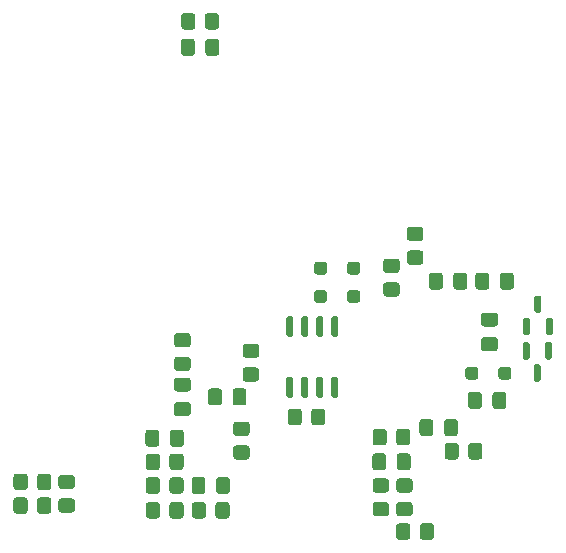
<source format=gtp>
G04 #@! TF.GenerationSoftware,KiCad,Pcbnew,7.0.5.1-1-g8f565ef7f0-dirty-deb11*
G04 #@! TF.CreationDate,2023-08-08T15:24:37+00:00*
G04 #@! TF.ProjectId,GreenBean,47726565-6e42-4656-916e-2e6b69636164,rev?*
G04 #@! TF.SameCoordinates,Original*
G04 #@! TF.FileFunction,Paste,Top*
G04 #@! TF.FilePolarity,Positive*
%FSLAX46Y46*%
G04 Gerber Fmt 4.6, Leading zero omitted, Abs format (unit mm)*
G04 Created by KiCad (PCBNEW 7.0.5.1-1-g8f565ef7f0-dirty-deb11) date 2023-08-08 15:24:37*
%MOMM*%
%LPD*%
G01*
G04 APERTURE LIST*
G04 APERTURE END LIST*
G36*
G01*
X141710000Y-99450000D02*
X141710000Y-98550000D01*
G75*
G02*
X141960000Y-98300000I250000J0D01*
G01*
X142660000Y-98300000D01*
G75*
G02*
X142910000Y-98550000I0J-250000D01*
G01*
X142910000Y-99450000D01*
G75*
G02*
X142660000Y-99700000I-250000J0D01*
G01*
X141960000Y-99700000D01*
G75*
G02*
X141710000Y-99450000I0J250000D01*
G01*
G37*
G36*
G01*
X143710000Y-99450000D02*
X143710000Y-98550000D01*
G75*
G02*
X143960000Y-98300000I250000J0D01*
G01*
X144660000Y-98300000D01*
G75*
G02*
X144910000Y-98550000I0J-250000D01*
G01*
X144910000Y-99450000D01*
G75*
G02*
X144660000Y-99700000I-250000J0D01*
G01*
X143960000Y-99700000D01*
G75*
G02*
X143710000Y-99450000I0J250000D01*
G01*
G37*
G36*
G01*
X132910000Y-106450000D02*
X132910000Y-107350000D01*
G75*
G02*
X132660000Y-107600000I-250000J0D01*
G01*
X131960000Y-107600000D01*
G75*
G02*
X131710000Y-107350000I0J250000D01*
G01*
X131710000Y-106450000D01*
G75*
G02*
X131960000Y-106200000I250000J0D01*
G01*
X132660000Y-106200000D01*
G75*
G02*
X132910000Y-106450000I0J-250000D01*
G01*
G37*
G36*
G01*
X130910000Y-106450000D02*
X130910000Y-107350000D01*
G75*
G02*
X130660000Y-107600000I-250000J0D01*
G01*
X129960000Y-107600000D01*
G75*
G02*
X129710000Y-107350000I0J250000D01*
G01*
X129710000Y-106450000D01*
G75*
G02*
X129960000Y-106200000I250000J0D01*
G01*
X130660000Y-106200000D01*
G75*
G02*
X130910000Y-106450000I0J-250000D01*
G01*
G37*
G36*
G01*
X137360000Y-99400000D02*
X138260000Y-99400000D01*
G75*
G02*
X138510000Y-99650000I0J-250000D01*
G01*
X138510000Y-100350000D01*
G75*
G02*
X138260000Y-100600000I-250000J0D01*
G01*
X137360000Y-100600000D01*
G75*
G02*
X137110000Y-100350000I0J250000D01*
G01*
X137110000Y-99650000D01*
G75*
G02*
X137360000Y-99400000I250000J0D01*
G01*
G37*
G36*
G01*
X137360000Y-101400000D02*
X138260000Y-101400000D01*
G75*
G02*
X138510000Y-101650000I0J-250000D01*
G01*
X138510000Y-102350000D01*
G75*
G02*
X138260000Y-102600000I-250000J0D01*
G01*
X137360000Y-102600000D01*
G75*
G02*
X137110000Y-102350000I0J250000D01*
G01*
X137110000Y-101650000D01*
G75*
G02*
X137360000Y-101400000I250000J0D01*
G01*
G37*
G36*
G01*
X134985000Y-97775000D02*
X134985000Y-96825000D01*
G75*
G02*
X135235000Y-96575000I250000J0D01*
G01*
X135910000Y-96575000D01*
G75*
G02*
X136160000Y-96825000I0J-250000D01*
G01*
X136160000Y-97775000D01*
G75*
G02*
X135910000Y-98025000I-250000J0D01*
G01*
X135235000Y-98025000D01*
G75*
G02*
X134985000Y-97775000I0J250000D01*
G01*
G37*
G36*
G01*
X137060000Y-97775000D02*
X137060000Y-96825000D01*
G75*
G02*
X137310000Y-96575000I250000J0D01*
G01*
X137985000Y-96575000D01*
G75*
G02*
X138235000Y-96825000I0J-250000D01*
G01*
X138235000Y-97775000D01*
G75*
G02*
X137985000Y-98025000I-250000J0D01*
G01*
X137310000Y-98025000D01*
G75*
G02*
X137060000Y-97775000I0J250000D01*
G01*
G37*
G36*
G01*
X133610000Y-107350000D02*
X133610000Y-106450000D01*
G75*
G02*
X133860000Y-106200000I250000J0D01*
G01*
X134560000Y-106200000D01*
G75*
G02*
X134810000Y-106450000I0J-250000D01*
G01*
X134810000Y-107350000D01*
G75*
G02*
X134560000Y-107600000I-250000J0D01*
G01*
X133860000Y-107600000D01*
G75*
G02*
X133610000Y-107350000I0J250000D01*
G01*
G37*
G36*
G01*
X135610000Y-107350000D02*
X135610000Y-106450000D01*
G75*
G02*
X135860000Y-106200000I250000J0D01*
G01*
X136560000Y-106200000D01*
G75*
G02*
X136810000Y-106450000I0J-250000D01*
G01*
X136810000Y-107350000D01*
G75*
G02*
X136560000Y-107600000I-250000J0D01*
G01*
X135860000Y-107600000D01*
G75*
G02*
X135610000Y-107350000I0J250000D01*
G01*
G37*
G36*
G01*
X145565000Y-90450000D02*
X145865000Y-90450000D01*
G75*
G02*
X146015000Y-90600000I0J-150000D01*
G01*
X146015000Y-92050000D01*
G75*
G02*
X145865000Y-92200000I-150000J0D01*
G01*
X145565000Y-92200000D01*
G75*
G02*
X145415000Y-92050000I0J150000D01*
G01*
X145415000Y-90600000D01*
G75*
G02*
X145565000Y-90450000I150000J0D01*
G01*
G37*
G36*
G01*
X144295000Y-90450000D02*
X144595000Y-90450000D01*
G75*
G02*
X144745000Y-90600000I0J-150000D01*
G01*
X144745000Y-92050000D01*
G75*
G02*
X144595000Y-92200000I-150000J0D01*
G01*
X144295000Y-92200000D01*
G75*
G02*
X144145000Y-92050000I0J150000D01*
G01*
X144145000Y-90600000D01*
G75*
G02*
X144295000Y-90450000I150000J0D01*
G01*
G37*
G36*
G01*
X143025000Y-90450000D02*
X143325000Y-90450000D01*
G75*
G02*
X143475000Y-90600000I0J-150000D01*
G01*
X143475000Y-92050000D01*
G75*
G02*
X143325000Y-92200000I-150000J0D01*
G01*
X143025000Y-92200000D01*
G75*
G02*
X142875000Y-92050000I0J150000D01*
G01*
X142875000Y-90600000D01*
G75*
G02*
X143025000Y-90450000I150000J0D01*
G01*
G37*
G36*
G01*
X141755000Y-90450000D02*
X142055000Y-90450000D01*
G75*
G02*
X142205000Y-90600000I0J-150000D01*
G01*
X142205000Y-92050000D01*
G75*
G02*
X142055000Y-92200000I-150000J0D01*
G01*
X141755000Y-92200000D01*
G75*
G02*
X141605000Y-92050000I0J150000D01*
G01*
X141605000Y-90600000D01*
G75*
G02*
X141755000Y-90450000I150000J0D01*
G01*
G37*
G36*
G01*
X141755000Y-95600000D02*
X142055000Y-95600000D01*
G75*
G02*
X142205000Y-95750000I0J-150000D01*
G01*
X142205000Y-97200000D01*
G75*
G02*
X142055000Y-97350000I-150000J0D01*
G01*
X141755000Y-97350000D01*
G75*
G02*
X141605000Y-97200000I0J150000D01*
G01*
X141605000Y-95750000D01*
G75*
G02*
X141755000Y-95600000I150000J0D01*
G01*
G37*
G36*
G01*
X143025000Y-95600000D02*
X143325000Y-95600000D01*
G75*
G02*
X143475000Y-95750000I0J-150000D01*
G01*
X143475000Y-97200000D01*
G75*
G02*
X143325000Y-97350000I-150000J0D01*
G01*
X143025000Y-97350000D01*
G75*
G02*
X142875000Y-97200000I0J150000D01*
G01*
X142875000Y-95750000D01*
G75*
G02*
X143025000Y-95600000I150000J0D01*
G01*
G37*
G36*
G01*
X144295000Y-95600000D02*
X144595000Y-95600000D01*
G75*
G02*
X144745000Y-95750000I0J-150000D01*
G01*
X144745000Y-97200000D01*
G75*
G02*
X144595000Y-97350000I-150000J0D01*
G01*
X144295000Y-97350000D01*
G75*
G02*
X144145000Y-97200000I0J150000D01*
G01*
X144145000Y-95750000D01*
G75*
G02*
X144295000Y-95600000I150000J0D01*
G01*
G37*
G36*
G01*
X145565000Y-95600000D02*
X145865000Y-95600000D01*
G75*
G02*
X146015000Y-95750000I0J-150000D01*
G01*
X146015000Y-97200000D01*
G75*
G02*
X145865000Y-97350000I-150000J0D01*
G01*
X145565000Y-97350000D01*
G75*
G02*
X145415000Y-97200000I0J150000D01*
G01*
X145415000Y-95750000D01*
G75*
G02*
X145565000Y-95600000I150000J0D01*
G01*
G37*
G36*
G01*
X122560000Y-103900000D02*
X123460000Y-103900000D01*
G75*
G02*
X123710000Y-104150000I0J-250000D01*
G01*
X123710000Y-104850000D01*
G75*
G02*
X123460000Y-105100000I-250000J0D01*
G01*
X122560000Y-105100000D01*
G75*
G02*
X122310000Y-104850000I0J250000D01*
G01*
X122310000Y-104150000D01*
G75*
G02*
X122560000Y-103900000I250000J0D01*
G01*
G37*
G36*
G01*
X122560000Y-105900000D02*
X123460000Y-105900000D01*
G75*
G02*
X123710000Y-106150000I0J-250000D01*
G01*
X123710000Y-106850000D01*
G75*
G02*
X123460000Y-107100000I-250000J0D01*
G01*
X122560000Y-107100000D01*
G75*
G02*
X122310000Y-106850000I0J250000D01*
G01*
X122310000Y-106150000D01*
G75*
G02*
X122560000Y-105900000I250000J0D01*
G01*
G37*
G36*
G01*
X143960000Y-89100000D02*
X143960000Y-88500000D01*
G75*
G02*
X144210000Y-88250000I250000J0D01*
G01*
X144810000Y-88250000D01*
G75*
G02*
X145060000Y-88500000I0J-250000D01*
G01*
X145060000Y-89100000D01*
G75*
G02*
X144810000Y-89350000I-250000J0D01*
G01*
X144210000Y-89350000D01*
G75*
G02*
X143960000Y-89100000I0J250000D01*
G01*
G37*
G36*
G01*
X146760000Y-89100000D02*
X146760000Y-88500000D01*
G75*
G02*
X147010000Y-88250000I250000J0D01*
G01*
X147610000Y-88250000D01*
G75*
G02*
X147860000Y-88500000I0J-250000D01*
G01*
X147860000Y-89100000D01*
G75*
G02*
X147610000Y-89350000I-250000J0D01*
G01*
X147010000Y-89350000D01*
G75*
G02*
X146760000Y-89100000I0J250000D01*
G01*
G37*
G36*
G01*
X156135000Y-99425000D02*
X156135000Y-100375000D01*
G75*
G02*
X155885000Y-100625000I-250000J0D01*
G01*
X155210000Y-100625000D01*
G75*
G02*
X154960000Y-100375000I0J250000D01*
G01*
X154960000Y-99425000D01*
G75*
G02*
X155210000Y-99175000I250000J0D01*
G01*
X155885000Y-99175000D01*
G75*
G02*
X156135000Y-99425000I0J-250000D01*
G01*
G37*
G36*
G01*
X154060000Y-99425000D02*
X154060000Y-100375000D01*
G75*
G02*
X153810000Y-100625000I-250000J0D01*
G01*
X153135000Y-100625000D01*
G75*
G02*
X152885000Y-100375000I0J250000D01*
G01*
X152885000Y-99425000D01*
G75*
G02*
X153135000Y-99175000I250000J0D01*
G01*
X153810000Y-99175000D01*
G75*
G02*
X154060000Y-99425000I0J-250000D01*
G01*
G37*
G36*
G01*
X147860000Y-86100000D02*
X147860000Y-86700000D01*
G75*
G02*
X147610000Y-86950000I-250000J0D01*
G01*
X147010000Y-86950000D01*
G75*
G02*
X146760000Y-86700000I0J250000D01*
G01*
X146760000Y-86100000D01*
G75*
G02*
X147010000Y-85850000I250000J0D01*
G01*
X147610000Y-85850000D01*
G75*
G02*
X147860000Y-86100000I0J-250000D01*
G01*
G37*
G36*
G01*
X145060000Y-86100000D02*
X145060000Y-86700000D01*
G75*
G02*
X144810000Y-86950000I-250000J0D01*
G01*
X144210000Y-86950000D01*
G75*
G02*
X143960000Y-86700000I0J250000D01*
G01*
X143960000Y-86100000D01*
G75*
G02*
X144210000Y-85850000I250000J0D01*
G01*
X144810000Y-85850000D01*
G75*
G02*
X145060000Y-86100000I0J-250000D01*
G01*
G37*
G36*
G01*
X156935000Y-87025000D02*
X156935000Y-87975000D01*
G75*
G02*
X156685000Y-88225000I-250000J0D01*
G01*
X156010000Y-88225000D01*
G75*
G02*
X155760000Y-87975000I0J250000D01*
G01*
X155760000Y-87025000D01*
G75*
G02*
X156010000Y-86775000I250000J0D01*
G01*
X156685000Y-86775000D01*
G75*
G02*
X156935000Y-87025000I0J-250000D01*
G01*
G37*
G36*
G01*
X154860000Y-87025000D02*
X154860000Y-87975000D01*
G75*
G02*
X154610000Y-88225000I-250000J0D01*
G01*
X153935000Y-88225000D01*
G75*
G02*
X153685000Y-87975000I0J250000D01*
G01*
X153685000Y-87025000D01*
G75*
G02*
X153935000Y-86775000I250000J0D01*
G01*
X154610000Y-86775000D01*
G75*
G02*
X154860000Y-87025000I0J-250000D01*
G01*
G37*
G36*
G01*
X158210000Y-101450000D02*
X158210000Y-102350000D01*
G75*
G02*
X157960000Y-102600000I-250000J0D01*
G01*
X157260000Y-102600000D01*
G75*
G02*
X157010000Y-102350000I0J250000D01*
G01*
X157010000Y-101450000D01*
G75*
G02*
X157260000Y-101200000I250000J0D01*
G01*
X157960000Y-101200000D01*
G75*
G02*
X158210000Y-101450000I0J-250000D01*
G01*
G37*
G36*
G01*
X156210000Y-101450000D02*
X156210000Y-102350000D01*
G75*
G02*
X155960000Y-102600000I-250000J0D01*
G01*
X155260000Y-102600000D01*
G75*
G02*
X155010000Y-102350000I0J250000D01*
G01*
X155010000Y-101450000D01*
G75*
G02*
X155260000Y-101200000I250000J0D01*
G01*
X155960000Y-101200000D01*
G75*
G02*
X156210000Y-101450000I0J-250000D01*
G01*
G37*
G36*
G01*
X148885000Y-103275000D02*
X148885000Y-102325000D01*
G75*
G02*
X149135000Y-102075000I250000J0D01*
G01*
X149810000Y-102075000D01*
G75*
G02*
X150060000Y-102325000I0J-250000D01*
G01*
X150060000Y-103275000D01*
G75*
G02*
X149810000Y-103525000I-250000J0D01*
G01*
X149135000Y-103525000D01*
G75*
G02*
X148885000Y-103275000I0J250000D01*
G01*
G37*
G36*
G01*
X150960000Y-103275000D02*
X150960000Y-102325000D01*
G75*
G02*
X151210000Y-102075000I250000J0D01*
G01*
X151885000Y-102075000D01*
G75*
G02*
X152135000Y-102325000I0J-250000D01*
G01*
X152135000Y-103275000D01*
G75*
G02*
X151885000Y-103525000I-250000J0D01*
G01*
X151210000Y-103525000D01*
G75*
G02*
X150960000Y-103275000I0J250000D01*
G01*
G37*
G36*
G01*
X138160000Y-92800000D02*
X139060000Y-92800000D01*
G75*
G02*
X139310000Y-93050000I0J-250000D01*
G01*
X139310000Y-93750000D01*
G75*
G02*
X139060000Y-94000000I-250000J0D01*
G01*
X138160000Y-94000000D01*
G75*
G02*
X137910000Y-93750000I0J250000D01*
G01*
X137910000Y-93050000D01*
G75*
G02*
X138160000Y-92800000I250000J0D01*
G01*
G37*
G36*
G01*
X138160000Y-94800000D02*
X139060000Y-94800000D01*
G75*
G02*
X139310000Y-95050000I0J-250000D01*
G01*
X139310000Y-95750000D01*
G75*
G02*
X139060000Y-96000000I-250000J0D01*
G01*
X138160000Y-96000000D01*
G75*
G02*
X137910000Y-95750000I0J250000D01*
G01*
X137910000Y-95050000D01*
G75*
G02*
X138160000Y-94800000I250000J0D01*
G01*
G37*
G36*
G01*
X132710000Y-65950000D02*
X132710000Y-65050000D01*
G75*
G02*
X132960000Y-64800000I250000J0D01*
G01*
X133660000Y-64800000D01*
G75*
G02*
X133910000Y-65050000I0J-250000D01*
G01*
X133910000Y-65950000D01*
G75*
G02*
X133660000Y-66200000I-250000J0D01*
G01*
X132960000Y-66200000D01*
G75*
G02*
X132710000Y-65950000I0J250000D01*
G01*
G37*
G36*
G01*
X134710000Y-65950000D02*
X134710000Y-65050000D01*
G75*
G02*
X134960000Y-64800000I250000J0D01*
G01*
X135660000Y-64800000D01*
G75*
G02*
X135910000Y-65050000I0J-250000D01*
G01*
X135910000Y-65950000D01*
G75*
G02*
X135660000Y-66200000I-250000J0D01*
G01*
X134960000Y-66200000D01*
G75*
G02*
X134710000Y-65950000I0J250000D01*
G01*
G37*
G36*
G01*
X160235000Y-97125000D02*
X160235000Y-98075000D01*
G75*
G02*
X159985000Y-98325000I-250000J0D01*
G01*
X159310000Y-98325000D01*
G75*
G02*
X159060000Y-98075000I0J250000D01*
G01*
X159060000Y-97125000D01*
G75*
G02*
X159310000Y-96875000I250000J0D01*
G01*
X159985000Y-96875000D01*
G75*
G02*
X160235000Y-97125000I0J-250000D01*
G01*
G37*
G36*
G01*
X158160000Y-97125000D02*
X158160000Y-98075000D01*
G75*
G02*
X157910000Y-98325000I-250000J0D01*
G01*
X157235000Y-98325000D01*
G75*
G02*
X156985000Y-98075000I0J250000D01*
G01*
X156985000Y-97125000D01*
G75*
G02*
X157235000Y-96875000I250000J0D01*
G01*
X157910000Y-96875000D01*
G75*
G02*
X158160000Y-97125000I0J-250000D01*
G01*
G37*
G36*
G01*
X152060000Y-107400000D02*
X151160000Y-107400000D01*
G75*
G02*
X150910000Y-107150000I0J250000D01*
G01*
X150910000Y-106450000D01*
G75*
G02*
X151160000Y-106200000I250000J0D01*
G01*
X152060000Y-106200000D01*
G75*
G02*
X152310000Y-106450000I0J-250000D01*
G01*
X152310000Y-107150000D01*
G75*
G02*
X152060000Y-107400000I-250000J0D01*
G01*
G37*
G36*
G01*
X152060000Y-105400000D02*
X151160000Y-105400000D01*
G75*
G02*
X150910000Y-105150000I0J250000D01*
G01*
X150910000Y-104450000D01*
G75*
G02*
X151160000Y-104200000I250000J0D01*
G01*
X152060000Y-104200000D01*
G75*
G02*
X152310000Y-104450000I0J-250000D01*
G01*
X152310000Y-105150000D01*
G75*
G02*
X152060000Y-105400000I-250000J0D01*
G01*
G37*
G36*
G01*
X135935000Y-67225000D02*
X135935000Y-68175000D01*
G75*
G02*
X135685000Y-68425000I-250000J0D01*
G01*
X135010000Y-68425000D01*
G75*
G02*
X134760000Y-68175000I0J250000D01*
G01*
X134760000Y-67225000D01*
G75*
G02*
X135010000Y-66975000I250000J0D01*
G01*
X135685000Y-66975000D01*
G75*
G02*
X135935000Y-67225000I0J-250000D01*
G01*
G37*
G36*
G01*
X133860000Y-67225000D02*
X133860000Y-68175000D01*
G75*
G02*
X133610000Y-68425000I-250000J0D01*
G01*
X132935000Y-68425000D01*
G75*
G02*
X132685000Y-68175000I0J250000D01*
G01*
X132685000Y-67225000D01*
G75*
G02*
X132935000Y-66975000I250000J0D01*
G01*
X133610000Y-66975000D01*
G75*
G02*
X133860000Y-67225000I0J-250000D01*
G01*
G37*
G36*
G01*
X152110000Y-100250000D02*
X152110000Y-101150000D01*
G75*
G02*
X151860000Y-101400000I-250000J0D01*
G01*
X151160000Y-101400000D01*
G75*
G02*
X150910000Y-101150000I0J250000D01*
G01*
X150910000Y-100250000D01*
G75*
G02*
X151160000Y-100000000I250000J0D01*
G01*
X151860000Y-100000000D01*
G75*
G02*
X152110000Y-100250000I0J-250000D01*
G01*
G37*
G36*
G01*
X150110000Y-100250000D02*
X150110000Y-101150000D01*
G75*
G02*
X149860000Y-101400000I-250000J0D01*
G01*
X149160000Y-101400000D01*
G75*
G02*
X148910000Y-101150000I0J250000D01*
G01*
X148910000Y-100250000D01*
G75*
G02*
X149160000Y-100000000I250000J0D01*
G01*
X149860000Y-100000000D01*
G75*
G02*
X150110000Y-100250000I0J-250000D01*
G01*
G37*
G36*
G01*
X150910000Y-109150000D02*
X150910000Y-108250000D01*
G75*
G02*
X151160000Y-108000000I250000J0D01*
G01*
X151860000Y-108000000D01*
G75*
G02*
X152110000Y-108250000I0J-250000D01*
G01*
X152110000Y-109150000D01*
G75*
G02*
X151860000Y-109400000I-250000J0D01*
G01*
X151160000Y-109400000D01*
G75*
G02*
X150910000Y-109150000I0J250000D01*
G01*
G37*
G36*
G01*
X152910000Y-109150000D02*
X152910000Y-108250000D01*
G75*
G02*
X153160000Y-108000000I250000J0D01*
G01*
X153860000Y-108000000D01*
G75*
G02*
X154110000Y-108250000I0J-250000D01*
G01*
X154110000Y-109150000D01*
G75*
G02*
X153860000Y-109400000I-250000J0D01*
G01*
X153160000Y-109400000D01*
G75*
G02*
X152910000Y-109150000I0J250000D01*
G01*
G37*
G36*
G01*
X118510000Y-104950000D02*
X118510000Y-104050000D01*
G75*
G02*
X118760000Y-103800000I250000J0D01*
G01*
X119460000Y-103800000D01*
G75*
G02*
X119710000Y-104050000I0J-250000D01*
G01*
X119710000Y-104950000D01*
G75*
G02*
X119460000Y-105200000I-250000J0D01*
G01*
X118760000Y-105200000D01*
G75*
G02*
X118510000Y-104950000I0J250000D01*
G01*
G37*
G36*
G01*
X120510000Y-104950000D02*
X120510000Y-104050000D01*
G75*
G02*
X120760000Y-103800000I250000J0D01*
G01*
X121460000Y-103800000D01*
G75*
G02*
X121710000Y-104050000I0J-250000D01*
G01*
X121710000Y-104950000D01*
G75*
G02*
X121460000Y-105200000I-250000J0D01*
G01*
X120760000Y-105200000D01*
G75*
G02*
X120510000Y-104950000I0J250000D01*
G01*
G37*
G36*
G01*
X129710000Y-103250000D02*
X129710000Y-102350000D01*
G75*
G02*
X129960000Y-102100000I250000J0D01*
G01*
X130660000Y-102100000D01*
G75*
G02*
X130910000Y-102350000I0J-250000D01*
G01*
X130910000Y-103250000D01*
G75*
G02*
X130660000Y-103500000I-250000J0D01*
G01*
X129960000Y-103500000D01*
G75*
G02*
X129710000Y-103250000I0J250000D01*
G01*
G37*
G36*
G01*
X131710000Y-103250000D02*
X131710000Y-102350000D01*
G75*
G02*
X131960000Y-102100000I250000J0D01*
G01*
X132660000Y-102100000D01*
G75*
G02*
X132910000Y-102350000I0J-250000D01*
G01*
X132910000Y-103250000D01*
G75*
G02*
X132660000Y-103500000I-250000J0D01*
G01*
X131960000Y-103500000D01*
G75*
G02*
X131710000Y-103250000I0J250000D01*
G01*
G37*
G36*
G01*
X133285000Y-98925000D02*
X132335000Y-98925000D01*
G75*
G02*
X132085000Y-98675000I0J250000D01*
G01*
X132085000Y-98000000D01*
G75*
G02*
X132335000Y-97750000I250000J0D01*
G01*
X133285000Y-97750000D01*
G75*
G02*
X133535000Y-98000000I0J-250000D01*
G01*
X133535000Y-98675000D01*
G75*
G02*
X133285000Y-98925000I-250000J0D01*
G01*
G37*
G36*
G01*
X133285000Y-96850000D02*
X132335000Y-96850000D01*
G75*
G02*
X132085000Y-96600000I0J250000D01*
G01*
X132085000Y-95925000D01*
G75*
G02*
X132335000Y-95675000I250000J0D01*
G01*
X133285000Y-95675000D01*
G75*
G02*
X133535000Y-95925000I0J-250000D01*
G01*
X133535000Y-96600000D01*
G75*
G02*
X133285000Y-96850000I-250000J0D01*
G01*
G37*
G36*
G01*
X132935000Y-100325000D02*
X132935000Y-101275000D01*
G75*
G02*
X132685000Y-101525000I-250000J0D01*
G01*
X132010000Y-101525000D01*
G75*
G02*
X131760000Y-101275000I0J250000D01*
G01*
X131760000Y-100325000D01*
G75*
G02*
X132010000Y-100075000I250000J0D01*
G01*
X132685000Y-100075000D01*
G75*
G02*
X132935000Y-100325000I0J-250000D01*
G01*
G37*
G36*
G01*
X130860000Y-100325000D02*
X130860000Y-101275000D01*
G75*
G02*
X130610000Y-101525000I-250000J0D01*
G01*
X129935000Y-101525000D01*
G75*
G02*
X129685000Y-101275000I0J250000D01*
G01*
X129685000Y-100325000D01*
G75*
G02*
X129935000Y-100075000I250000J0D01*
G01*
X130610000Y-100075000D01*
G75*
G02*
X130860000Y-100325000I0J-250000D01*
G01*
G37*
G36*
G01*
X157622500Y-87975000D02*
X157622500Y-87025000D01*
G75*
G02*
X157872500Y-86775000I250000J0D01*
G01*
X158547500Y-86775000D01*
G75*
G02*
X158797500Y-87025000I0J-250000D01*
G01*
X158797500Y-87975000D01*
G75*
G02*
X158547500Y-88225000I-250000J0D01*
G01*
X157872500Y-88225000D01*
G75*
G02*
X157622500Y-87975000I0J250000D01*
G01*
G37*
G36*
G01*
X159697500Y-87975000D02*
X159697500Y-87025000D01*
G75*
G02*
X159947500Y-86775000I250000J0D01*
G01*
X160622500Y-86775000D01*
G75*
G02*
X160872500Y-87025000I0J-250000D01*
G01*
X160872500Y-87975000D01*
G75*
G02*
X160622500Y-88225000I-250000J0D01*
G01*
X159947500Y-88225000D01*
G75*
G02*
X159697500Y-87975000I0J250000D01*
G01*
G37*
G36*
G01*
X129710000Y-105250000D02*
X129710000Y-104350000D01*
G75*
G02*
X129960000Y-104100000I250000J0D01*
G01*
X130660000Y-104100000D01*
G75*
G02*
X130910000Y-104350000I0J-250000D01*
G01*
X130910000Y-105250000D01*
G75*
G02*
X130660000Y-105500000I-250000J0D01*
G01*
X129960000Y-105500000D01*
G75*
G02*
X129710000Y-105250000I0J250000D01*
G01*
G37*
G36*
G01*
X131710000Y-105250000D02*
X131710000Y-104350000D01*
G75*
G02*
X131960000Y-104100000I250000J0D01*
G01*
X132660000Y-104100000D01*
G75*
G02*
X132910000Y-104350000I0J-250000D01*
G01*
X132910000Y-105250000D01*
G75*
G02*
X132660000Y-105500000I-250000J0D01*
G01*
X131960000Y-105500000D01*
G75*
G02*
X131710000Y-105250000I0J250000D01*
G01*
G37*
G36*
G01*
X162110000Y-92075000D02*
X161810000Y-92075000D01*
G75*
G02*
X161660000Y-91925000I0J150000D01*
G01*
X161660000Y-90750000D01*
G75*
G02*
X161810000Y-90600000I150000J0D01*
G01*
X162110000Y-90600000D01*
G75*
G02*
X162260000Y-90750000I0J-150000D01*
G01*
X162260000Y-91925000D01*
G75*
G02*
X162110000Y-92075000I-150000J0D01*
G01*
G37*
G36*
G01*
X164010000Y-92075000D02*
X163710000Y-92075000D01*
G75*
G02*
X163560000Y-91925000I0J150000D01*
G01*
X163560000Y-90750000D01*
G75*
G02*
X163710000Y-90600000I150000J0D01*
G01*
X164010000Y-90600000D01*
G75*
G02*
X164160000Y-90750000I0J-150000D01*
G01*
X164160000Y-91925000D01*
G75*
G02*
X164010000Y-92075000I-150000J0D01*
G01*
G37*
G36*
G01*
X163060000Y-90200000D02*
X162760000Y-90200000D01*
G75*
G02*
X162610000Y-90050000I0J150000D01*
G01*
X162610000Y-88875000D01*
G75*
G02*
X162760000Y-88725000I150000J0D01*
G01*
X163060000Y-88725000D01*
G75*
G02*
X163210000Y-88875000I0J-150000D01*
G01*
X163210000Y-90050000D01*
G75*
G02*
X163060000Y-90200000I-150000J0D01*
G01*
G37*
G36*
G01*
X152960000Y-86100000D02*
X152060000Y-86100000D01*
G75*
G02*
X151810000Y-85850000I0J250000D01*
G01*
X151810000Y-85150000D01*
G75*
G02*
X152060000Y-84900000I250000J0D01*
G01*
X152960000Y-84900000D01*
G75*
G02*
X153210000Y-85150000I0J-250000D01*
G01*
X153210000Y-85850000D01*
G75*
G02*
X152960000Y-86100000I-250000J0D01*
G01*
G37*
G36*
G01*
X152960000Y-84100000D02*
X152060000Y-84100000D01*
G75*
G02*
X151810000Y-83850000I0J250000D01*
G01*
X151810000Y-83150000D01*
G75*
G02*
X152060000Y-82900000I250000J0D01*
G01*
X152960000Y-82900000D01*
G75*
G02*
X153210000Y-83150000I0J-250000D01*
G01*
X153210000Y-83850000D01*
G75*
G02*
X152960000Y-84100000I-250000J0D01*
G01*
G37*
G36*
G01*
X150060000Y-85600000D02*
X150960000Y-85600000D01*
G75*
G02*
X151210000Y-85850000I0J-250000D01*
G01*
X151210000Y-86550000D01*
G75*
G02*
X150960000Y-86800000I-250000J0D01*
G01*
X150060000Y-86800000D01*
G75*
G02*
X149810000Y-86550000I0J250000D01*
G01*
X149810000Y-85850000D01*
G75*
G02*
X150060000Y-85600000I250000J0D01*
G01*
G37*
G36*
G01*
X150060000Y-87600000D02*
X150960000Y-87600000D01*
G75*
G02*
X151210000Y-87850000I0J-250000D01*
G01*
X151210000Y-88550000D01*
G75*
G02*
X150960000Y-88800000I-250000J0D01*
G01*
X150060000Y-88800000D01*
G75*
G02*
X149810000Y-88550000I0J250000D01*
G01*
X149810000Y-87850000D01*
G75*
G02*
X150060000Y-87600000I250000J0D01*
G01*
G37*
G36*
G01*
X159285000Y-93425000D02*
X158335000Y-93425000D01*
G75*
G02*
X158085000Y-93175000I0J250000D01*
G01*
X158085000Y-92500000D01*
G75*
G02*
X158335000Y-92250000I250000J0D01*
G01*
X159285000Y-92250000D01*
G75*
G02*
X159535000Y-92500000I0J-250000D01*
G01*
X159535000Y-93175000D01*
G75*
G02*
X159285000Y-93425000I-250000J0D01*
G01*
G37*
G36*
G01*
X159285000Y-91350000D02*
X158335000Y-91350000D01*
G75*
G02*
X158085000Y-91100000I0J250000D01*
G01*
X158085000Y-90425000D01*
G75*
G02*
X158335000Y-90175000I250000J0D01*
G01*
X159285000Y-90175000D01*
G75*
G02*
X159535000Y-90425000I0J-250000D01*
G01*
X159535000Y-91100000D01*
G75*
G02*
X159285000Y-91350000I-250000J0D01*
G01*
G37*
G36*
G01*
X133585000Y-105275000D02*
X133585000Y-104325000D01*
G75*
G02*
X133835000Y-104075000I250000J0D01*
G01*
X134510000Y-104075000D01*
G75*
G02*
X134760000Y-104325000I0J-250000D01*
G01*
X134760000Y-105275000D01*
G75*
G02*
X134510000Y-105525000I-250000J0D01*
G01*
X133835000Y-105525000D01*
G75*
G02*
X133585000Y-105275000I0J250000D01*
G01*
G37*
G36*
G01*
X135660000Y-105275000D02*
X135660000Y-104325000D01*
G75*
G02*
X135910000Y-104075000I250000J0D01*
G01*
X136585000Y-104075000D01*
G75*
G02*
X136835000Y-104325000I0J-250000D01*
G01*
X136835000Y-105275000D01*
G75*
G02*
X136585000Y-105525000I-250000J0D01*
G01*
X135910000Y-105525000D01*
G75*
G02*
X135660000Y-105275000I0J250000D01*
G01*
G37*
G36*
G01*
X163660000Y-92662500D02*
X163960000Y-92662500D01*
G75*
G02*
X164110000Y-92812500I0J-150000D01*
G01*
X164110000Y-93987500D01*
G75*
G02*
X163960000Y-94137500I-150000J0D01*
G01*
X163660000Y-94137500D01*
G75*
G02*
X163510000Y-93987500I0J150000D01*
G01*
X163510000Y-92812500D01*
G75*
G02*
X163660000Y-92662500I150000J0D01*
G01*
G37*
G36*
G01*
X161760000Y-92662500D02*
X162060000Y-92662500D01*
G75*
G02*
X162210000Y-92812500I0J-150000D01*
G01*
X162210000Y-93987500D01*
G75*
G02*
X162060000Y-94137500I-150000J0D01*
G01*
X161760000Y-94137500D01*
G75*
G02*
X161610000Y-93987500I0J150000D01*
G01*
X161610000Y-92812500D01*
G75*
G02*
X161760000Y-92662500I150000J0D01*
G01*
G37*
G36*
G01*
X162710000Y-94537500D02*
X163010000Y-94537500D01*
G75*
G02*
X163160000Y-94687500I0J-150000D01*
G01*
X163160000Y-95862500D01*
G75*
G02*
X163010000Y-96012500I-150000J0D01*
G01*
X162710000Y-96012500D01*
G75*
G02*
X162560000Y-95862500I0J150000D01*
G01*
X162560000Y-94687500D01*
G75*
G02*
X162710000Y-94537500I150000J0D01*
G01*
G37*
G36*
G01*
X133260000Y-95100000D02*
X132360000Y-95100000D01*
G75*
G02*
X132110000Y-94850000I0J250000D01*
G01*
X132110000Y-94150000D01*
G75*
G02*
X132360000Y-93900000I250000J0D01*
G01*
X133260000Y-93900000D01*
G75*
G02*
X133510000Y-94150000I0J-250000D01*
G01*
X133510000Y-94850000D01*
G75*
G02*
X133260000Y-95100000I-250000J0D01*
G01*
G37*
G36*
G01*
X133260000Y-93100000D02*
X132360000Y-93100000D01*
G75*
G02*
X132110000Y-92850000I0J250000D01*
G01*
X132110000Y-92150000D01*
G75*
G02*
X132360000Y-91900000I250000J0D01*
G01*
X133260000Y-91900000D01*
G75*
G02*
X133510000Y-92150000I0J-250000D01*
G01*
X133510000Y-92850000D01*
G75*
G02*
X133260000Y-93100000I-250000J0D01*
G01*
G37*
G36*
G01*
X160660000Y-95000000D02*
X160660000Y-95600000D01*
G75*
G02*
X160410000Y-95850000I-250000J0D01*
G01*
X159810000Y-95850000D01*
G75*
G02*
X159560000Y-95600000I0J250000D01*
G01*
X159560000Y-95000000D01*
G75*
G02*
X159810000Y-94750000I250000J0D01*
G01*
X160410000Y-94750000D01*
G75*
G02*
X160660000Y-95000000I0J-250000D01*
G01*
G37*
G36*
G01*
X157860000Y-95000000D02*
X157860000Y-95600000D01*
G75*
G02*
X157610000Y-95850000I-250000J0D01*
G01*
X157010000Y-95850000D01*
G75*
G02*
X156760000Y-95600000I0J250000D01*
G01*
X156760000Y-95000000D01*
G75*
G02*
X157010000Y-94750000I250000J0D01*
G01*
X157610000Y-94750000D01*
G75*
G02*
X157860000Y-95000000I0J-250000D01*
G01*
G37*
G36*
G01*
X118510000Y-106950000D02*
X118510000Y-106050000D01*
G75*
G02*
X118760000Y-105800000I250000J0D01*
G01*
X119460000Y-105800000D01*
G75*
G02*
X119710000Y-106050000I0J-250000D01*
G01*
X119710000Y-106950000D01*
G75*
G02*
X119460000Y-107200000I-250000J0D01*
G01*
X118760000Y-107200000D01*
G75*
G02*
X118510000Y-106950000I0J250000D01*
G01*
G37*
G36*
G01*
X120510000Y-106950000D02*
X120510000Y-106050000D01*
G75*
G02*
X120760000Y-105800000I250000J0D01*
G01*
X121460000Y-105800000D01*
G75*
G02*
X121710000Y-106050000I0J-250000D01*
G01*
X121710000Y-106950000D01*
G75*
G02*
X121460000Y-107200000I-250000J0D01*
G01*
X120760000Y-107200000D01*
G75*
G02*
X120510000Y-106950000I0J250000D01*
G01*
G37*
G36*
G01*
X150060000Y-107400000D02*
X149160000Y-107400000D01*
G75*
G02*
X148910000Y-107150000I0J250000D01*
G01*
X148910000Y-106450000D01*
G75*
G02*
X149160000Y-106200000I250000J0D01*
G01*
X150060000Y-106200000D01*
G75*
G02*
X150310000Y-106450000I0J-250000D01*
G01*
X150310000Y-107150000D01*
G75*
G02*
X150060000Y-107400000I-250000J0D01*
G01*
G37*
G36*
G01*
X150060000Y-105400000D02*
X149160000Y-105400000D01*
G75*
G02*
X148910000Y-105150000I0J250000D01*
G01*
X148910000Y-104450000D01*
G75*
G02*
X149160000Y-104200000I250000J0D01*
G01*
X150060000Y-104200000D01*
G75*
G02*
X150310000Y-104450000I0J-250000D01*
G01*
X150310000Y-105150000D01*
G75*
G02*
X150060000Y-105400000I-250000J0D01*
G01*
G37*
M02*

</source>
